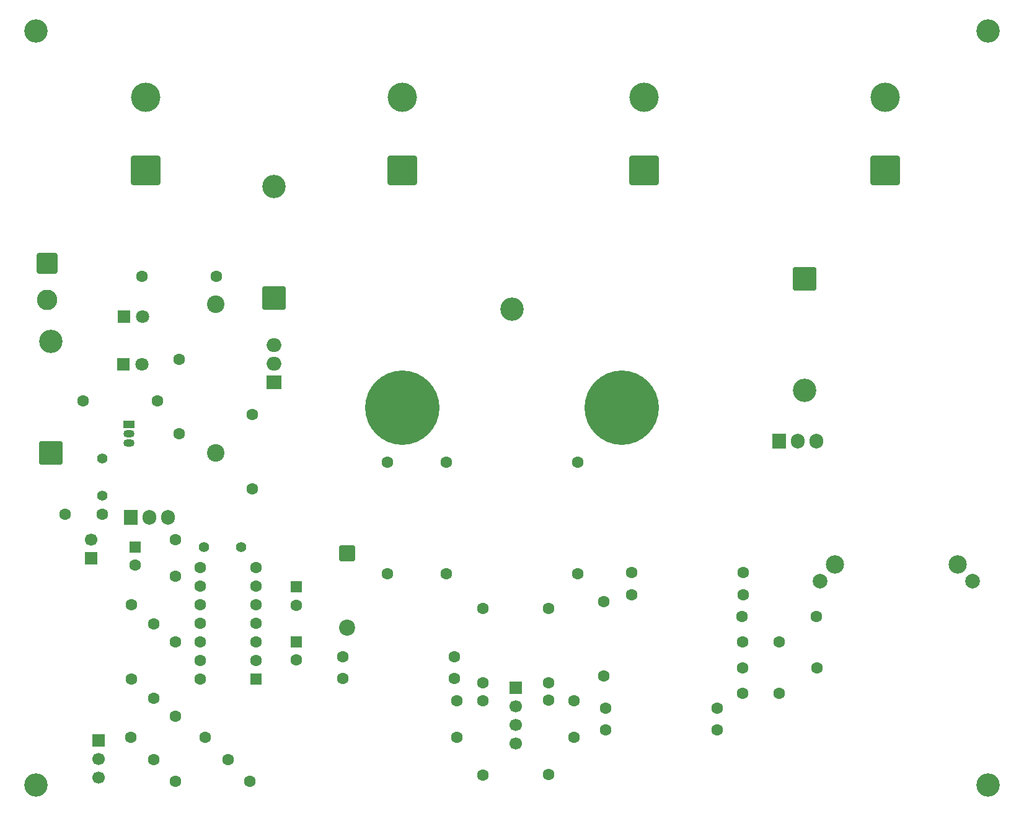
<source format=gbr>
%TF.GenerationSoftware,KiCad,Pcbnew,9.0.6*%
%TF.CreationDate,2025-12-11T13:58:46+01:00*%
%TF.ProjectId,saturation_meter,73617475-7261-4746-996f-6e5f6d657465,1.0.0*%
%TF.SameCoordinates,Original*%
%TF.FileFunction,Soldermask,Bot*%
%TF.FilePolarity,Negative*%
%FSLAX46Y46*%
G04 Gerber Fmt 4.6, Leading zero omitted, Abs format (unit mm)*
G04 Created by KiCad (PCBNEW 9.0.6) date 2025-12-11 13:58:46*
%MOMM*%
%LPD*%
G01*
G04 APERTURE LIST*
G04 Aperture macros list*
%AMRoundRect*
0 Rectangle with rounded corners*
0 $1 Rounding radius*
0 $2 $3 $4 $5 $6 $7 $8 $9 X,Y pos of 4 corners*
0 Add a 4 corners polygon primitive as box body*
4,1,4,$2,$3,$4,$5,$6,$7,$8,$9,$2,$3,0*
0 Add four circle primitives for the rounded corners*
1,1,$1+$1,$2,$3*
1,1,$1+$1,$4,$5*
1,1,$1+$1,$6,$7*
1,1,$1+$1,$8,$9*
0 Add four rect primitives between the rounded corners*
20,1,$1+$1,$2,$3,$4,$5,0*
20,1,$1+$1,$4,$5,$6,$7,0*
20,1,$1+$1,$6,$7,$8,$9,0*
20,1,$1+$1,$8,$9,$2,$3,0*%
G04 Aperture macros list end*
%ADD10C,1.600000*%
%ADD11RoundRect,0.250000X-0.550000X0.550000X-0.550000X-0.550000X0.550000X-0.550000X0.550000X0.550000X0*%
%ADD12C,2.400000*%
%ADD13C,10.160000*%
%ADD14C,3.200000*%
%ADD15R,1.800000X1.800000*%
%ADD16C,1.800000*%
%ADD17R,1.500000X1.050000*%
%ADD18O,1.500000X1.050000*%
%ADD19R,1.905000X2.000000*%
%ADD20O,1.905000X2.000000*%
%ADD21RoundRect,0.250000X1.750000X-1.750000X1.750000X1.750000X-1.750000X1.750000X-1.750000X-1.750000X0*%
%ADD22C,4.000000*%
%ADD23RoundRect,0.250000X0.550000X0.550000X-0.550000X0.550000X-0.550000X-0.550000X0.550000X-0.550000X0*%
%ADD24R,1.700000X1.700000*%
%ADD25C,1.700000*%
%ADD26C,1.400000*%
%ADD27RoundRect,0.250001X-1.149999X1.149999X-1.149999X-1.149999X1.149999X-1.149999X1.149999X1.149999X0*%
%ADD28C,2.800000*%
%ADD29RoundRect,0.250000X1.350000X-1.350000X1.350000X1.350000X-1.350000X1.350000X-1.350000X-1.350000X0*%
%ADD30C,2.500000*%
%ADD31C,2.000000*%
%ADD32RoundRect,0.250000X-1.350000X1.350000X-1.350000X-1.350000X1.350000X-1.350000X1.350000X1.350000X0*%
%ADD33RoundRect,0.249999X-0.850001X0.850001X-0.850001X-0.850001X0.850001X-0.850001X0.850001X0.850001X0*%
%ADD34C,2.200000*%
%ADD35R,2.000000X1.905000*%
%ADD36O,2.000000X1.905000*%
G04 APERTURE END LIST*
D10*
%TO.C,C8*%
X91620000Y-108000000D03*
X86620000Y-108000000D03*
%TD*%
D11*
%TO.C,C12*%
X118160000Y-117950000D03*
D10*
X118160000Y-120450000D03*
%TD*%
%TO.C,C10*%
X179120000Y-132500000D03*
X184120000Y-132500000D03*
%TD*%
%TO.C,R4*%
X152620000Y-131080000D03*
X152620000Y-120920000D03*
%TD*%
%TO.C,C11*%
X101620000Y-111500000D03*
X101620000Y-116500000D03*
%TD*%
D12*
%TO.C,R1*%
X107120000Y-99660000D03*
X107120000Y-79340000D03*
%TD*%
D13*
%TO.C,J2*%
X132620000Y-93500000D03*
X162590000Y-93500000D03*
%TD*%
D10*
%TO.C,C6*%
X156120000Y-133500000D03*
X156120000Y-138500000D03*
%TD*%
D14*
%TO.C,H1*%
X82620000Y-42000000D03*
%TD*%
D10*
%TO.C,C7*%
X179120000Y-125500000D03*
X184120000Y-125500000D03*
%TD*%
%TO.C,R19*%
X108820000Y-141530000D03*
X98660000Y-141530000D03*
%TD*%
%TO.C,REF\u002A\u002A*%
X179240000Y-116000000D03*
X164000000Y-116000000D03*
%TD*%
%TO.C,R5*%
X143620000Y-143660000D03*
X143620000Y-133500000D03*
%TD*%
%TO.C,R2*%
X112120000Y-104580000D03*
X112120000Y-94420000D03*
%TD*%
%TO.C,R3*%
X143620000Y-131080000D03*
X143620000Y-120920000D03*
%TD*%
D15*
%TO.C,D6*%
X94580000Y-87500000D03*
D16*
X97120000Y-87500000D03*
%TD*%
D10*
%TO.C,R11*%
X97120000Y-75500000D03*
X107280000Y-75500000D03*
%TD*%
D14*
%TO.C,H3*%
X82620000Y-145000000D03*
%TD*%
D10*
%TO.C,R10*%
X179120000Y-129000000D03*
X189280000Y-129000000D03*
%TD*%
%TO.C,R6*%
X152620000Y-143580000D03*
X152620000Y-133420000D03*
%TD*%
D17*
%TO.C,Q3*%
X95260000Y-95730000D03*
D18*
X95260000Y-97000000D03*
X95260000Y-98270000D03*
%TD*%
D19*
%TO.C,U1*%
X95580000Y-108450000D03*
D20*
X98120000Y-108450000D03*
X100660000Y-108450000D03*
%TD*%
D10*
%TO.C,REF\u002A\u002A*%
X179240000Y-119000000D03*
X164000000Y-119000000D03*
%TD*%
D21*
%TO.C,C4*%
X198620000Y-61017935D03*
D22*
X198620000Y-51017935D03*
%TD*%
D21*
%TO.C,C1*%
X97620000Y-61000000D03*
D22*
X97620000Y-51000000D03*
%TD*%
D15*
%TO.C,D5*%
X94620000Y-81000000D03*
D16*
X97160000Y-81000000D03*
%TD*%
D10*
%TO.C,R12*%
X102120000Y-97000000D03*
X102120000Y-86840000D03*
%TD*%
%TO.C,R13*%
X95660000Y-130530000D03*
X95660000Y-120370000D03*
%TD*%
%TO.C,REF\u002A\u002A*%
X130620000Y-116120000D03*
X130620000Y-100880000D03*
%TD*%
D23*
%TO.C,U2*%
X112660000Y-130570000D03*
D10*
X112660000Y-128030000D03*
X112660000Y-125490000D03*
X112660000Y-122950000D03*
X112660000Y-120410000D03*
X112660000Y-117870000D03*
X112660000Y-115330000D03*
X105040000Y-115330000D03*
X105040000Y-117870000D03*
X105040000Y-120410000D03*
X105040000Y-122950000D03*
X105040000Y-125490000D03*
X105040000Y-128030000D03*
X105040000Y-130570000D03*
%TD*%
D24*
%TO.C,J3*%
X91120000Y-138960000D03*
D25*
X91120000Y-141500000D03*
X91120000Y-144040000D03*
%TD*%
D24*
%TO.C,J5*%
X90120000Y-114000000D03*
D25*
X90120000Y-111460000D03*
%TD*%
D10*
%TO.C,REF\u002A\u002A*%
X156620000Y-116120000D03*
X156620000Y-100880000D03*
%TD*%
D14*
%TO.C,H5*%
X147620000Y-80000000D03*
%TD*%
D21*
%TO.C,C3*%
X165620000Y-61000000D03*
D22*
X165620000Y-51000000D03*
%TD*%
D10*
%TO.C,R17*%
X105740000Y-138530000D03*
X95580000Y-138530000D03*
%TD*%
D26*
%TO.C,REF\u002A\u002A*%
X91620000Y-105500000D03*
X91620000Y-100420000D03*
%TD*%
D27*
%TO.C,J1*%
X84152500Y-73750000D03*
D28*
X84152500Y-78750000D03*
%TD*%
D19*
%TO.C,Q2*%
X184120000Y-98000000D03*
D20*
X186660000Y-98000000D03*
X189200000Y-98000000D03*
%TD*%
D29*
%TO.C,D1*%
X84620000Y-99620000D03*
D14*
X84620000Y-84380000D03*
%TD*%
D30*
%TO.C,R9*%
X191738000Y-114906000D03*
D31*
X189706000Y-117192000D03*
X210534000Y-117192000D03*
D30*
X208502000Y-114906000D03*
%TD*%
D11*
%TO.C,C13*%
X118160000Y-125450000D03*
D10*
X118160000Y-127950000D03*
%TD*%
%TO.C,REF\u002A\u002A*%
X175620000Y-134500000D03*
X160380000Y-134500000D03*
%TD*%
D26*
%TO.C,REF\u002A\u002A*%
X110660000Y-112500000D03*
X105580000Y-112500000D03*
%TD*%
D10*
%TO.C,R14*%
X89040000Y-92500000D03*
X99200000Y-92500000D03*
%TD*%
%TO.C,REF\u002A\u002A*%
X138620000Y-116120000D03*
X138620000Y-100880000D03*
%TD*%
%TO.C,R18*%
X111820000Y-144530000D03*
X101660000Y-144530000D03*
%TD*%
D32*
%TO.C,D2*%
X187620000Y-75880000D03*
D14*
X187620000Y-91120000D03*
%TD*%
D33*
%TO.C,D4*%
X125120000Y-113340000D03*
D34*
X125120000Y-123500000D03*
%TD*%
D10*
%TO.C,R15*%
X101660000Y-135610000D03*
X101660000Y-125450000D03*
%TD*%
%TO.C,C5*%
X140120000Y-133500000D03*
X140120000Y-138500000D03*
%TD*%
D35*
%TO.C,Q1*%
X115120000Y-90000000D03*
D36*
X115120000Y-87460000D03*
X115120000Y-84920000D03*
%TD*%
D14*
%TO.C,H4*%
X212620000Y-145000000D03*
%TD*%
%TO.C,H2*%
X212620000Y-42000000D03*
%TD*%
D10*
%TO.C,R16*%
X98660000Y-133190000D03*
X98660000Y-123030000D03*
%TD*%
%TO.C,REF\u002A\u002A*%
X139740000Y-130500000D03*
X124500000Y-130500000D03*
%TD*%
D11*
%TO.C,C9*%
X96120000Y-112500000D03*
D10*
X96120000Y-115000000D03*
%TD*%
D24*
%TO.C,J4*%
X148120000Y-131690000D03*
D25*
X148120000Y-134230000D03*
X148120000Y-136770000D03*
X148120000Y-139310000D03*
%TD*%
D29*
%TO.C,D3*%
X115120000Y-78500000D03*
D14*
X115120000Y-63260000D03*
%TD*%
D10*
%TO.C,REF\u002A\u002A*%
X139740000Y-127500000D03*
X124500000Y-127500000D03*
%TD*%
%TO.C,R8*%
X179040000Y-122000000D03*
X189200000Y-122000000D03*
%TD*%
%TO.C,REF\u002A\u002A*%
X175620000Y-137500000D03*
X160380000Y-137500000D03*
%TD*%
%TO.C,R7*%
X160120000Y-130080000D03*
X160120000Y-119920000D03*
%TD*%
D21*
%TO.C,C2*%
X132620000Y-61000000D03*
D22*
X132620000Y-51000000D03*
%TD*%
M02*

</source>
